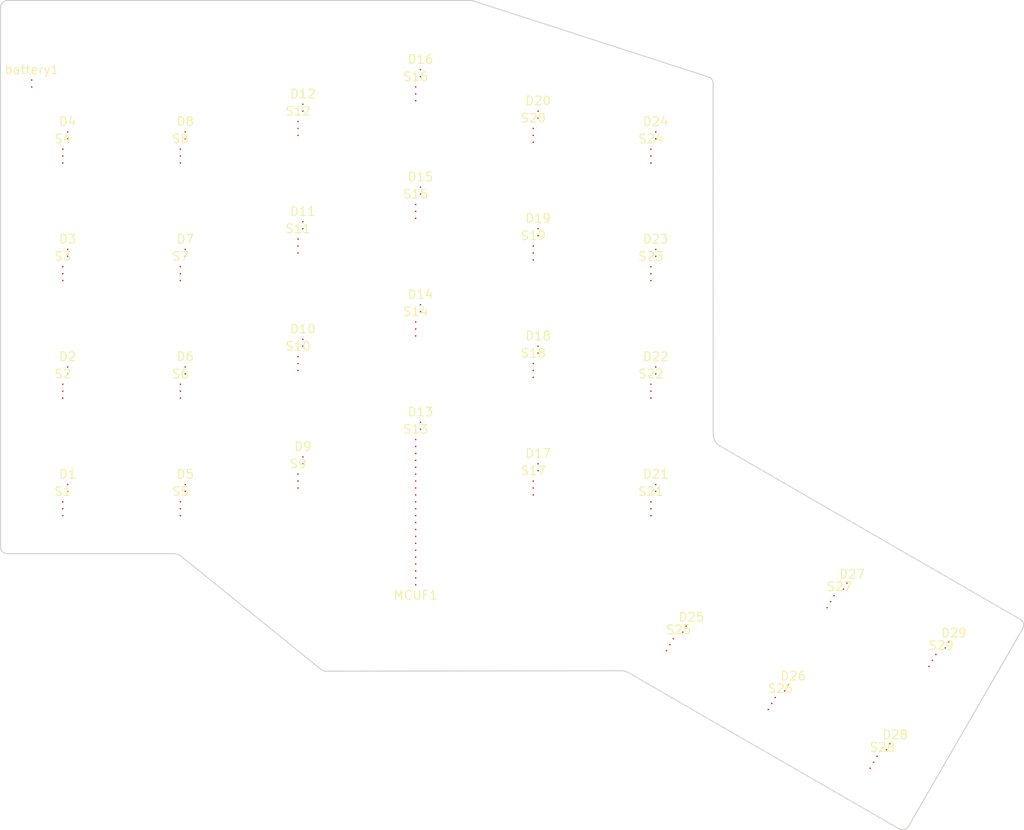
<source format=kicad_pcb>
(kicad_pcb (version 20240108) (generator "ergogen") (generator_version "4.1.0")
  (title_block (title "wings") (date "2024-11-28") (rev "0.1") (company "lad1337"))
  (layers (0 "F.Cu" signal) (31 "B.Cu" signal) (34 "B.Paste" user) (35 "F.Paste" user) (36 "B.SilkS" user "B.Silkscreen") (37 "F.SilkS" user "F.Silkscreen") (38 "B.Mask" user) (39 "F.Mask" user) (44 "Edge.Cuts" user))
  (net 0 "")
  (net 1 "P3")
  (net 2 "outer_bottom")
  (net 3 "outer_home")
  (net 4 "outer_top")
  (net 5 "outer_numbers")
  (net 6 "P2")
  (net 7 "pinky_bottom")
  (net 8 "pinky_home")
  (net 9 "pinky_top")
  (net 10 "pinky_numbers")
  (net 11 "P1")
  (net 12 "ring_bottom")
  (net 13 "ring_home")
  (net 14 "ring_top")
  (net 15 "ring_numbers")
  (net 16 "P0")
  (net 17 "middle_bottom")
  (net 18 "middle_home")
  (net 19 "middle_top")
  (net 20 "middle_numbers")
  (net 21 "P5")
  (net 22 "index_bottom")
  (net 23 "index_home")
  (net 24 "index_top")
  (net 25 "index_numbers")
  (net 26 "P4")
  (net 27 "inner_bottom")
  (net 28 "inner_home")
  (net 29 "inner_top")
  (net 30 "inner_numbers")
  (net 31 "near_bottom")
  (net 32 "home_bottom")
  (net 33 "home_top")
  (net 34 "far_bottom")
  (net 35 "far_top")
  (net 36 "P6")
  (net 37 "P7")
  (net 38 "P8")
  (net 39 "P9")
  (net 40 "P10")
  (net 41 "3V3")
  (net 42 "GND")
  (net 43 "5V")
  (net 44 "VIN")
  (net 45 "SWCLK")
  (net 46 "SWDIO")
  (net 47 "RST")
  (footprint "lad1337:CPG1316S01D02_reversible" (layer F.Cu) (at 100 100 0)
    (fp_text reference "S1" (at 0 0) (layer F.SilkS) (effects (font (size 1.27 1.27))))
    (fp_text value "" hide)
    (pad 1 smd rect (at 0 1.5 0) (size 0.2 0.2) (layers F.Cu F.Paste F.Mask) (net 1 "P3"))
    (pad 2 smd rect (at 0 2.5 0) (size 0.2 0.2) (layers F.Cu F.Paste F.Mask) (net 2 "outer_bottom"))
    (pad 3 smd rect (at 0 3.5 0) (size 0.2 0.2) (layers F.Cu F.Paste F.Mask) (net 0 ""))
  )
  (footprint "lad1337:CPG1316S01D02_reversible" (layer F.Cu) (at 100 83 0)
    (fp_text reference "S2" (at 0 0) (layer F.SilkS) (effects (font (size 1.27 1.27))))
    (fp_text value "" hide)
    (pad 1 smd rect (at 0 1.5 0) (size 0.2 0.2) (layers F.Cu F.Paste F.Mask) (net 1 "P3"))
    (pad 2 smd rect (at 0 2.5 0) (size 0.2 0.2) (layers F.Cu F.Paste F.Mask) (net 3 "outer_home"))
    (pad 3 smd rect (at 0 3.5 0) (size 0.2 0.2) (layers F.Cu F.Paste F.Mask) (net 0 ""))
  )
  (footprint "lad1337:CPG1316S01D02_reversible" (layer F.Cu) (at 100 66 0)
    (fp_text reference "S3" (at 0 0) (layer F.SilkS) (effects (font (size 1.27 1.27))))
    (fp_text value "" hide)
    (pad 1 smd rect (at 0 1.5 0) (size 0.2 0.2) (layers F.Cu F.Paste F.Mask) (net 1 "P3"))
    (pad 2 smd rect (at 0 2.5 0) (size 0.2 0.2) (layers F.Cu F.Paste F.Mask) (net 4 "outer_top"))
    (pad 3 smd rect (at 0 3.5 0) (size 0.2 0.2) (layers F.Cu F.Paste F.Mask) (net 0 ""))
  )
  (footprint "lad1337:CPG1316S01D02_reversible" (layer F.Cu) (at 100 49 0)
    (fp_text reference "S4" (at 0 0) (layer F.SilkS) (effects (font (size 1.27 1.27))))
    (fp_text value "" hide)
    (pad 1 smd rect (at 0 1.5 0) (size 0.2 0.2) (layers F.Cu F.Paste F.Mask) (net 1 "P3"))
    (pad 2 smd rect (at 0 2.5 0) (size 0.2 0.2) (layers F.Cu F.Paste F.Mask) (net 5 "outer_numbers"))
    (pad 3 smd rect (at 0 3.5 0) (size 0.2 0.2) (layers F.Cu F.Paste F.Mask) (net 0 ""))
  )
  (footprint "lad1337:CPG1316S01D02_reversible" (layer F.Cu) (at 117 100 0)
    (fp_text reference "S5" (at 0 0) (layer F.SilkS) (effects (font (size 1.27 1.27))))
    (fp_text value "" hide)
    (pad 1 smd rect (at 0 1.5 0) (size 0.2 0.2) (layers F.Cu F.Paste F.Mask) (net 6 "P2"))
    (pad 2 smd rect (at 0 2.5 0) (size 0.2 0.2) (layers F.Cu F.Paste F.Mask) (net 7 "pinky_bottom"))
    (pad 3 smd rect (at 0 3.5 0) (size 0.2 0.2) (layers F.Cu F.Paste F.Mask) (net 0 ""))
  )
  (footprint "lad1337:CPG1316S01D02_reversible" (layer F.Cu) (at 117 83 0)
    (fp_text reference "S6" (at 0 0) (layer F.SilkS) (effects (font (size 1.27 1.27))))
    (fp_text value "" hide)
    (pad 1 smd rect (at 0 1.5 0) (size 0.2 0.2) (layers F.Cu F.Paste F.Mask) (net 6 "P2"))
    (pad 2 smd rect (at 0 2.5 0) (size 0.2 0.2) (layers F.Cu F.Paste F.Mask) (net 8 "pinky_home"))
    (pad 3 smd rect (at 0 3.5 0) (size 0.2 0.2) (layers F.Cu F.Paste F.Mask) (net 0 ""))
  )
  (footprint "lad1337:CPG1316S01D02_reversible" (layer F.Cu) (at 117 66 0)
    (fp_text reference "S7" (at 0 0) (layer F.SilkS) (effects (font (size 1.27 1.27))))
    (fp_text value "" hide)
    (pad 1 smd rect (at 0 1.5 0) (size 0.2 0.2) (layers F.Cu F.Paste F.Mask) (net 6 "P2"))
    (pad 2 smd rect (at 0 2.5 0) (size 0.2 0.2) (layers F.Cu F.Paste F.Mask) (net 9 "pinky_top"))
    (pad 3 smd rect (at 0 3.5 0) (size 0.2 0.2) (layers F.Cu F.Paste F.Mask) (net 0 ""))
  )
  (footprint "lad1337:CPG1316S01D02_reversible" (layer F.Cu) (at 117 49 0)
    (fp_text reference "S8" (at 0 0) (layer F.SilkS) (effects (font (size 1.27 1.27))))
    (fp_text value "" hide)
    (pad 1 smd rect (at 0 1.5 0) (size 0.2 0.2) (layers F.Cu F.Paste F.Mask) (net 6 "P2"))
    (pad 2 smd rect (at 0 2.5 0) (size 0.2 0.2) (layers F.Cu F.Paste F.Mask) (net 10 "pinky_numbers"))
    (pad 3 smd rect (at 0 3.5 0) (size 0.2 0.2) (layers F.Cu F.Paste F.Mask) (net 0 ""))
  )
  (footprint "lad1337:CPG1316S01D02_reversible" (layer F.Cu) (at 134 96 0)
    (fp_text reference "S9" (at 0 0) (layer F.SilkS) (effects (font (size 1.27 1.27))))
    (fp_text value "" hide)
    (pad 1 smd rect (at 0 1.5 0) (size 0.2 0.2) (layers F.Cu F.Paste F.Mask) (net 11 "P1"))
    (pad 2 smd rect (at 0 2.5 0) (size 0.2 0.2) (layers F.Cu F.Paste F.Mask) (net 12 "ring_bottom"))
    (pad 3 smd rect (at 0 3.5 0) (size 0.2 0.2) (layers F.Cu F.Paste F.Mask) (net 0 ""))
  )
  (footprint "lad1337:CPG1316S01D02_reversible" (layer F.Cu) (at 134 79 0)
    (fp_text reference "S10" (at 0 0) (layer F.SilkS) (effects (font (size 1.27 1.27))))
    (fp_text value "" hide)
    (pad 1 smd rect (at 0 1.5 0) (size 0.2 0.2) (layers F.Cu F.Paste F.Mask) (net 11 "P1"))
    (pad 2 smd rect (at 0 2.5 0) (size 0.2 0.2) (layers F.Cu F.Paste F.Mask) (net 13 "ring_home"))
    (pad 3 smd rect (at 0 3.5 0) (size 0.2 0.2) (layers F.Cu F.Paste F.Mask) (net 0 ""))
  )
  (footprint "lad1337:CPG1316S01D02_reversible" (layer F.Cu) (at 134 62 0)
    (fp_text reference "S11" (at 0 0) (layer F.SilkS) (effects (font (size 1.27 1.27))))
    (fp_text value "" hide)
    (pad 1 smd rect (at 0 1.5 0) (size 0.2 0.2) (layers F.Cu F.Paste F.Mask) (net 11 "P1"))
    (pad 2 smd rect (at 0 2.5 0) (size 0.2 0.2) (layers F.Cu F.Paste F.Mask) (net 14 "ring_top"))
    (pad 3 smd rect (at 0 3.5 0) (size 0.2 0.2) (layers F.Cu F.Paste F.Mask) (net 0 ""))
  )
  (footprint "lad1337:CPG1316S01D02_reversible" (layer F.Cu) (at 134 45 0)
    (fp_text reference "S12" (at 0 0) (layer F.SilkS) (effects (font (size 1.27 1.27))))
    (fp_text value "" hide)
    (pad 1 smd rect (at 0 1.5 0) (size 0.2 0.2) (layers F.Cu F.Paste F.Mask) (net 11 "P1"))
    (pad 2 smd rect (at 0 2.5 0) (size 0.2 0.2) (layers F.Cu F.Paste F.Mask) (net 15 "ring_numbers"))
    (pad 3 smd rect (at 0 3.5 0) (size 0.2 0.2) (layers F.Cu F.Paste F.Mask) (net 0 ""))
  )
  (footprint "lad1337:CPG1316S01D02_reversible" (layer F.Cu) (at 151 91 0)
    (fp_text reference "S13" (at 0 0) (layer F.SilkS) (effects (font (size 1.27 1.27))))
    (fp_text value "" hide)
    (pad 1 smd rect (at 0 1.5 0) (size 0.2 0.2) (layers F.Cu F.Paste F.Mask) (net 16 "P0"))
    (pad 2 smd rect (at 0 2.5 0) (size 0.2 0.2) (layers F.Cu F.Paste F.Mask) (net 17 "middle_bottom"))
    (pad 3 smd rect (at 0 3.5 0) (size 0.2 0.2) (layers F.Cu F.Paste F.Mask) (net 0 ""))
  )
  (footprint "lad1337:CPG1316S01D02_reversible" (layer F.Cu) (at 151 74 0)
    (fp_text reference "S14" (at 0 0) (layer F.SilkS) (effects (font (size 1.27 1.27))))
    (fp_text value "" hide)
    (pad 1 smd rect (at 0 1.5 0) (size 0.2 0.2) (layers F.Cu F.Paste F.Mask) (net 16 "P0"))
    (pad 2 smd rect (at 0 2.5 0) (size 0.2 0.2) (layers F.Cu F.Paste F.Mask) (net 18 "middle_home"))
    (pad 3 smd rect (at 0 3.5 0) (size 0.2 0.2) (layers F.Cu F.Paste F.Mask) (net 0 ""))
  )
  (footprint "lad1337:CPG1316S01D02_reversible" (layer F.Cu) (at 151 57 0)
    (fp_text reference "S15" (at 0 0) (layer F.SilkS) (effects (font (size 1.27 1.27))))
    (fp_text value "" hide)
    (pad 1 smd rect (at 0 1.5 0) (size 0.2 0.2) (layers F.Cu F.Paste F.Mask) (net 16 "P0"))
    (pad 2 smd rect (at 0 2.5 0) (size 0.2 0.2) (layers F.Cu F.Paste F.Mask) (net 19 "middle_top"))
    (pad 3 smd rect (at 0 3.5 0) (size 0.2 0.2) (layers F.Cu F.Paste F.Mask) (net 0 ""))
  )
  (footprint "lad1337:CPG1316S01D02_reversible" (layer F.Cu) (at 151 40 0)
    (fp_text reference "S16" (at 0 0) (layer F.SilkS) (effects (font (size 1.27 1.27))))
    (fp_text value "" hide)
    (pad 1 smd rect (at 0 1.5 0) (size 0.2 0.2) (layers F.Cu F.Paste F.Mask) (net 16 "P0"))
    (pad 2 smd rect (at 0 2.5 0) (size 0.2 0.2) (layers F.Cu F.Paste F.Mask) (net 20 "middle_numbers"))
    (pad 3 smd rect (at 0 3.5 0) (size 0.2 0.2) (layers F.Cu F.Paste F.Mask) (net 0 ""))
  )
  (footprint "lad1337:CPG1316S01D02_reversible" (layer F.Cu) (at 168 97 0)
    (fp_text reference "S17" (at 0 0) (layer F.SilkS) (effects (font (size 1.27 1.27))))
    (fp_text value "" hide)
    (pad 1 smd rect (at 0 1.5 0) (size 0.2 0.2) (layers F.Cu F.Paste F.Mask) (net 21 "P5"))
    (pad 2 smd rect (at 0 2.5 0) (size 0.2 0.2) (layers F.Cu F.Paste F.Mask) (net 22 "index_bottom"))
    (pad 3 smd rect (at 0 3.5 0) (size 0.2 0.2) (layers F.Cu F.Paste F.Mask) (net 0 ""))
  )
  (footprint "lad1337:CPG1316S01D02_reversible" (layer F.Cu) (at 168 80 0)
    (fp_text reference "S18" (at 0 0) (layer F.SilkS) (effects (font (size 1.27 1.27))))
    (fp_text value "" hide)
    (pad 1 smd rect (at 0 1.5 0) (size 0.2 0.2) (layers F.Cu F.Paste F.Mask) (net 21 "P5"))
    (pad 2 smd rect (at 0 2.5 0) (size 0.2 0.2) (layers F.Cu F.Paste F.Mask) (net 23 "index_home"))
    (pad 3 smd rect (at 0 3.5 0) (size 0.2 0.2) (layers F.Cu F.Paste F.Mask) (net 0 ""))
  )
  (footprint "lad1337:CPG1316S01D02_reversible" (layer F.Cu) (at 168 63 0)
    (fp_text reference "S19" (at 0 0) (layer F.SilkS) (effects (font (size 1.27 1.27))))
    (fp_text value "" hide)
    (pad 1 smd rect (at 0 1.5 0) (size 0.2 0.2) (layers F.Cu F.Paste F.Mask) (net 21 "P5"))
    (pad 2 smd rect (at 0 2.5 0) (size 0.2 0.2) (layers F.Cu F.Paste F.Mask) (net 24 "index_top"))
    (pad 3 smd rect (at 0 3.5 0) (size 0.2 0.2) (layers F.Cu F.Paste F.Mask) (net 0 ""))
  )
  (footprint "lad1337:CPG1316S01D02_reversible" (layer F.Cu) (at 168 46 0)
    (fp_text reference "S20" (at 0 0) (layer F.SilkS) (effects (font (size 1.27 1.27))))
    (fp_text value "" hide)
    (pad 1 smd rect (at 0 1.5 0) (size 0.2 0.2) (layers F.Cu F.Paste F.Mask) (net 21 "P5"))
    (pad 2 smd rect (at 0 2.5 0) (size 0.2 0.2) (layers F.Cu F.Paste F.Mask) (net 25 "index_numbers"))
    (pad 3 smd rect (at 0 3.5 0) (size 0.2 0.2) (layers F.Cu F.Paste F.Mask) (net 0 ""))
  )
  (footprint "lad1337:CPG1316S01D02_reversible" (layer F.Cu) (at 185 100 0)
    (fp_text reference "S21" (at 0 0) (layer F.SilkS) (effects (font (size 1.27 1.27))))
    (fp_text value "" hide)
    (pad 1 smd rect (at 0 1.5 0) (size 0.2 0.2) (layers F.Cu F.Paste F.Mask) (net 26 "P4"))
    (pad 2 smd rect (at 0 2.5 0) (size 0.2 0.2) (layers F.Cu F.Paste F.Mask) (net 27 "inner_bottom"))
    (pad 3 smd rect (at 0 3.5 0) (size 0.2 0.2) (layers F.Cu F.Paste F.Mask) (net 0 ""))
  )
  (footprint "lad1337:CPG1316S01D02_reversible" (layer F.Cu) (at 185 83 0)
    (fp_text reference "S22" (at 0 0) (layer F.SilkS) (effects (font (size 1.27 1.27))))
    (fp_text value "" hide)
    (pad 1 smd rect (at 0 1.5 0) (size 0.2 0.2) (layers F.Cu F.Paste F.Mask) (net 26 "P4"))
    (pad 2 smd rect (at 0 2.5 0) (size 0.2 0.2) (layers F.Cu F.Paste F.Mask) (net 28 "inner_home"))
    (pad 3 smd rect (at 0 3.5 0) (size 0.2 0.2) (layers F.Cu F.Paste F.Mask) (net 0 ""))
  )
  (footprint "lad1337:CPG1316S01D02_reversible" (layer F.Cu) (at 185 66 0)
    (fp_text reference "S23" (at 0 0) (layer F.SilkS) (effects (font (size 1.27 1.27))))
    (fp_text value "" hide)
    (pad 1 smd rect (at 0 1.5 0) (size 0.2 0.2) (layers F.Cu F.Paste F.Mask) (net 26 "P4"))
    (pad 2 smd rect (at 0 2.5 0) (size 0.2 0.2) (layers F.Cu F.Paste F.Mask) (net 29 "inner_top"))
    (pad 3 smd rect (at 0 3.5 0) (size 0.2 0.2) (layers F.Cu F.Paste F.Mask) (net 0 ""))
  )
  (footprint "lad1337:CPG1316S01D02_reversible" (layer F.Cu) (at 185 49 0)
    (fp_text reference "S24" (at 0 0) (layer F.SilkS) (effects (font (size 1.27 1.27))))
    (fp_text value "" hide)
    (pad 1 smd rect (at 0 1.5 0) (size 0.2 0.2) (layers F.Cu F.Paste F.Mask) (net 26 "P4"))
    (pad 2 smd rect (at 0 2.5 0) (size 0.2 0.2) (layers F.Cu F.Paste F.Mask) (net 30 "inner_numbers"))
    (pad 3 smd rect (at 0 3.5 0) (size 0.2 0.2) (layers F.Cu F.Paste F.Mask) (net 0 ""))
  )
  (footprint "lad1337:CPG1316S01D02_reversible" (layer F.Cu) (at 189 120 -30)
    (fp_text reference "S25" (at 0 0) (layer F.SilkS) (effects (font (size 1.27 1.27))))
    (fp_text value "" hide)
    (pad 1 smd rect (at 0 1.5 -30) (size 0.2 0.2) (layers F.Cu F.Paste F.Mask) (net 1 "P3"))
    (pad 2 smd rect (at 0 2.5 -30) (size 0.2 0.2) (layers F.Cu F.Paste F.Mask) (net 31 "near_bottom"))
    (pad 3 smd rect (at 0 3.5 -30) (size 0.2 0.2) (layers F.Cu F.Paste F.Mask) (net 0 ""))
  )
  (footprint "lad1337:CPG1316S01D02_reversible" (layer F.Cu) (at 203.7224319 128.5 -30)
    (fp_text reference "S26" (at 0 0) (layer F.SilkS) (effects (font (size 1.27 1.27))))
    (fp_text value "" hide)
    (pad 1 smd rect (at 0 1.5 -30) (size 0.2 0.2) (layers F.Cu F.Paste F.Mask) (net 6 "P2"))
    (pad 2 smd rect (at 0 2.5 -30) (size 0.2 0.2) (layers F.Cu F.Paste F.Mask) (net 32 "home_bottom"))
    (pad 3 smd rect (at 0 3.5 -30) (size 0.2 0.2) (layers F.Cu F.Paste F.Mask) (net 0 ""))
  )
  (footprint "lad1337:CPG1316S01D02_reversible" (layer F.Cu) (at 212.2224319 113.7775681 -30)
    (fp_text reference "S27" (at 0 0) (layer F.SilkS) (effects (font (size 1.27 1.27))))
    (fp_text value "" hide)
    (pad 1 smd rect (at 0 1.5 -30) (size 0.2 0.2) (layers F.Cu F.Paste F.Mask) (net 21 "P5"))
    (pad 2 smd rect (at 0 2.5 -30) (size 0.2 0.2) (layers F.Cu F.Paste F.Mask) (net 33 "home_top"))
    (pad 3 smd rect (at 0 3.5 -30) (size 0.2 0.2) (layers F.Cu F.Paste F.Mask) (net 0 ""))
  )
  (footprint "lad1337:CPG1316S01D02_reversible" (layer F.Cu) (at 218.44486369999998 137 -30)
    (fp_text reference "S28" (at 0 0) (layer F.SilkS) (effects (font (size 1.27 1.27))))
    (fp_text value "" hide)
    (pad 1 smd rect (at 0 1.5 -30) (size 0.2 0.2) (layers F.Cu F.Paste F.Mask) (net 11 "P1"))
    (pad 2 smd rect (at 0 2.5 -30) (size 0.2 0.2) (layers F.Cu F.Paste F.Mask) (net 34 "far_bottom"))
    (pad 3 smd rect (at 0 3.5 -30) (size 0.2 0.2) (layers F.Cu F.Paste F.Mask) (net 0 ""))
  )
  (footprint "lad1337:CPG1316S01D02_reversible" (layer F.Cu) (at 226.94486369999998 122.2775681 -30)
    (fp_text reference "S29" (at 0 0) (layer F.SilkS) (effects (font (size 1.27 1.27))))
    (fp_text value "" hide)
    (pad 1 smd rect (at 0 1.5 -30) (size 0.2 0.2) (layers F.Cu F.Paste F.Mask) (net 26 "P4"))
    (pad 2 smd rect (at 0 2.5 -30) (size 0.2 0.2) (layers F.Cu F.Paste F.Mask) (net 35 "far_top"))
    (pad 3 smd rect (at 0 3.5 -30) (size 0.2 0.2) (layers F.Cu F.Paste F.Mask) (net 0 ""))
  )
  (footprint "lad1337:D_SOD-123-reversible" (layer F.Cu) (at 100.7 97.5 0)
    (fp_text reference "D1" (at 0 0) (layer F.SilkS) (effects (font (size 1.27 1.27))))
    (fp_text value "" hide)
    (pad 1 smd rect (at 0 1.5 0) (size 0.2 0.2) (layers F.Cu F.Paste F.Mask) (net 36 "P6"))
    (pad 2 smd rect (at 0 2.5 0) (size 0.2 0.2) (layers F.Cu F.Paste F.Mask) (net 2 "outer_bottom"))
  )
  (footprint "lad1337:D_SOD-123-reversible" (layer F.Cu) (at 100.7 80.5 0)
    (fp_text reference "D2" (at 0 0) (layer F.SilkS) (effects (font (size 1.27 1.27))))
    (fp_text value "" hide)
    (pad 1 smd rect (at 0 1.5 0) (size 0.2 0.2) (layers F.Cu F.Paste F.Mask) (net 37 "P7"))
    (pad 2 smd rect (at 0 2.5 0) (size 0.2 0.2) (layers F.Cu F.Paste F.Mask) (net 3 "outer_home"))
  )
  (footprint "lad1337:D_SOD-123-reversible" (layer F.Cu) (at 100.7 63.5 0)
    (fp_text reference "D3" (at 0 0) (layer F.SilkS) (effects (font (size 1.27 1.27))))
    (fp_text value "" hide)
    (pad 1 smd rect (at 0 1.5 0) (size 0.2 0.2) (layers F.Cu F.Paste F.Mask) (net 38 "P8"))
    (pad 2 smd rect (at 0 2.5 0) (size 0.2 0.2) (layers F.Cu F.Paste F.Mask) (net 4 "outer_top"))
  )
  (footprint "lad1337:D_SOD-123-reversible" (layer F.Cu) (at 100.7 46.5 0)
    (fp_text reference "D4" (at 0 0) (layer F.SilkS) (effects (font (size 1.27 1.27))))
    (fp_text value "" hide)
    (pad 1 smd rect (at 0 1.5 0) (size 0.2 0.2) (layers F.Cu F.Paste F.Mask) (net 39 "P9"))
    (pad 2 smd rect (at 0 2.5 0) (size 0.2 0.2) (layers F.Cu F.Paste F.Mask) (net 5 "outer_numbers"))
  )
  (footprint "lad1337:D_SOD-123-reversible" (layer F.Cu) (at 117.7 97.5 0)
    (fp_text reference "D5" (at 0 0) (layer F.SilkS) (effects (font (size 1.27 1.27))))
    (fp_text value "" hide)
    (pad 1 smd rect (at 0 1.5 0) (size 0.2 0.2) (layers F.Cu F.Paste F.Mask) (net 36 "P6"))
    (pad 2 smd rect (at 0 2.5 0) (size 0.2 0.2) (layers F.Cu F.Paste F.Mask) (net 7 "pinky_bottom"))
  )
  (footprint "lad1337:D_SOD-123-reversible" (layer F.Cu) (at 117.7 80.5 0)
    (fp_text reference "D6" (at 0 0) (layer F.SilkS) (effects (font (size 1.27 1.27))))
    (fp_text value "" hide)
    (pad 1 smd rect (at 0 1.5 0) (size 0.2 0.2) (layers F.Cu F.Paste F.Mask) (net 37 "P7"))
    (pad 2 smd rect (at 0 2.5 0) (size 0.2 0.2) (layers F.Cu F.Paste F.Mask) (net 8 "pinky_home"))
  )
  (footprint "lad1337:D_SOD-123-reversible" (layer F.Cu) (at 117.7 63.5 0)
    (fp_text reference "D7" (at 0 0) (layer F.SilkS) (effects (font (size 1.27 1.27))))
    (fp_text value "" hide)
    (pad 1 smd rect (at 0 1.5 0) (size 0.2 0.2) (layers F.Cu F.Paste F.Mask) (net 38 "P8"))
    (pad 2 smd rect (at 0 2.5 0) (size 0.2 0.2) (layers F.Cu F.Paste F.Mask) (net 9 "pinky_top"))
  )
  (footprint "lad1337:D_SOD-123-reversible" (layer F.Cu) (at 117.7 46.5 0)
    (fp_text reference "D8" (at 0 0) (layer F.SilkS) (effects (font (size 1.27 1.27))))
    (fp_text value "" hide)
    (pad 1 smd rect (at 0 1.5 0) (size 0.2 0.2) (layers F.Cu F.Paste F.Mask) (net 39 "P9"))
    (pad 2 smd rect (at 0 2.5 0) (size 0.2 0.2) (layers F.Cu F.Paste F.Mask) (net 10 "pinky_numbers"))
  )
  (footprint "lad1337:D_SOD-123-reversible" (layer F.Cu) (at 134.7 93.5 0)
    (fp_text reference "D9" (at 0 0) (layer F.SilkS) (effects (font (size 1.27 1.27))))
    (fp_text value "" hide)
    (pad 1 smd rect (at 0 1.5 0) (size 0.2 0.2) (layers F.Cu F.Paste F.Mask) (net 36 "P6"))
    (pad 2 smd rect (at 0 2.5 0) (size 0.2 0.2) (layers F.Cu F.Paste F.Mask) (net 12 "ring_bottom"))
  )
  (footprint "lad1337:D_SOD-123-reversible" (layer F.Cu) (at 134.7 76.5 0)
    (fp_text reference "D10" (at 0 0) (layer F.SilkS) (effects (font (size 1.27 1.27))))
    (fp_text value "" hide)
    (pad 1 smd rect (at 0 1.5 0) (size 0.2 0.2) (layers F.Cu F.Paste F.Mask) (net 37 "P7"))
    (pad 2 smd rect (at 0 2.5 0) (size 0.2 0.2) (layers F.Cu F.Paste F.Mask) (net 13 "ring_home"))
  )
  (footprint "lad1337:D_SOD-123-reversible" (layer F.Cu) (at 134.7 59.5 0)
    (fp_text reference "D11" (at 0 0) (layer F.SilkS) (effects (font (size 1.27 1.27))))
    (fp_text value "" hide)
    (pad 1 smd rect (at 0 1.5 0) (size 0.2 0.2) (layers F.Cu F.Paste F.Mask) (net 38 "P8"))
    (pad 2 smd rect (at 0 2.5 0) (size 0.2 0.2) (layers F.Cu F.Paste F.Mask) (net 14 "ring_top"))
  )
  (footprint "lad1337:D_SOD-123-reversible" (layer F.Cu) (at 134.7 42.5 0)
    (fp_text reference "D12" (at 0 0) (layer F.SilkS) (effects (font (size 1.27 1.27))))
    (fp_text value "" hide)
    (pad 1 smd rect (at 0 1.5 0) (size 0.2 0.2) (layers F.Cu F.Paste F.Mask) (net 39 "P9"))
    (pad 2 smd rect (at 0 2.5 0) (size 0.2 0.2) (layers F.Cu F.Paste F.Mask) (net 15 "ring_numbers"))
  )
  (footprint "lad1337:D_SOD-123-reversible" (layer F.Cu) (at 151.7 88.5 0)
    (fp_text reference "D13" (at 0 0) (layer F.SilkS) (effects (font (size 1.27 1.27))))
    (fp_text value "" hide)
    (pad 1 smd rect (at 0 1.5 0) (size 0.2 0.2) (layers F.Cu F.Paste F.Mask) (net 36 "P6"))
    (pad 2 smd rect (at 0 2.5 0) (size 0.2 0.2) (layers F.Cu F.Paste F.Mask) (net 17 "middle_bottom"))
  )
  (footprint "lad1337:D_SOD-123-reversible" (layer F.Cu) (at 151.7 71.5 0)
    (fp_text reference "D14" (at 0 0) (layer F.SilkS) (effects (font (size 1.27 1.27))))
    (fp_text value "" hide)
    (pad 1 smd rect (at 0 1.5 0) (size 0.2 0.2) (layers F.Cu F.Paste F.Mask) (net 37 "P7"))
    (pad 2 smd rect (at 0 2.5 0) (size 0.2 0.2) (layers F.Cu F.Paste F.Mask) (net 18 "middle_home"))
  )
  (footprint "lad1337:D_SOD-123-reversible" (layer F.Cu) (at 151.7 54.5 0)
    (fp_text reference "D15" (at 0 0) (layer F.SilkS) (effects (font (size 1.27 1.27))))
    (fp_text value "" hide)
    (pad 1 smd rect (at 0 1.5 0) (size 0.2 0.2) (layers F.Cu F.Paste F.Mask) (net 38 "P8"))
    (pad 2 smd rect (at 0 2.5 0) (size 0.2 0.2) (layers F.Cu F.Paste F.Mask) (net 19 "middle_top"))
  )
  (footprint "lad1337:D_SOD-123-reversible" (layer F.Cu) (at 151.7 37.5 0)
    (fp_text reference "D16" (at 0 0) (layer F.SilkS) (effects (font (size 1.27 1.27))))
    (fp_text value "" hide)
    (pad 1 smd rect (at 0 1.5 0) (size 0.2 0.2) (layers F.Cu F.Paste F.Mask) (net 39 "P9"))
    (pad 2 smd rect (at 0 2.5 0) (size 0.2 0.2) (layers F.Cu F.Paste F.Mask) (net 20 "middle_numbers"))
  )
  (footprint "lad1337:D_SOD-123-reversible" (layer F.Cu) (at 168.7 94.5 0)
    (fp_text reference "D17" (at 0 0) (layer F.SilkS) (effects (font (size 1.27 1.27))))
    (fp_text value "" hide)
    (pad 1 smd rect (at 0 1.5 0) (size 0.2 0.2) (layers F.Cu F.Paste F.Mask) (net 36 "P6"))
    (pad 2 smd rect (at 0 2.5 0) (size 0.2 0.2) (layers F.Cu F.Paste F.Mask) (net 22 "index_bottom"))
  )
  (footprint "lad1337:D_SOD-123-reversible" (layer F.Cu) (at 168.7 77.5 0)
    (fp_text reference "D18" (at 0 0) (layer F.SilkS) (effects (font (size 1.27 1.27))))
    (fp_text value "" hide)
    (pad 1 smd rect (at 0 1.5 0) (size 0.2 0.2) (layers F.Cu F.Paste F.Mask) (net 37 "P7"))
    (pad 2 smd rect (at 0 2.5 0) (size 0.2 0.2) (layers F.Cu F.Paste F.Mask) (net 23 "index_home"))
  )
  (footprint "lad1337:D_SOD-123-reversible" (layer F.Cu) (at 168.7 60.5 0)
    (fp_text reference "D19" (at 0 0) (layer F.SilkS) (effects (font (size 1.27 1.27))))
    (fp_text value "" hide)
    (pad 1 smd rect (at 0 1.5 0) (size 0.2 0.2) (layers F.Cu F.Paste F.Mask) (net 38 "P8"))
    (pad 2 smd rect (at 0 2.5 0) (size 0.2 0.2) (layers F.Cu F.Paste F.Mask) (net 24 "index_top"))
  )
  (footprint "lad1337:D_SOD-123-reversible" (layer F.Cu) (at 168.7 43.5 0)
    (fp_text reference "D20" (at 0 0) (layer F.SilkS) (effects (font (size 1.27 1.27))))
    (fp_text value "" hide)
    (pad 1 smd rect (at 0 1.5 0) (size 0.2 0.2) (layers F.Cu F.Paste F.Mask) (net 39 "P9"))
    (pad 2 smd rect (at 0 2.5 0) (size 0.2 0.2) (layers F.Cu F.Paste F.Mask) (net 25 "index_numbers"))
  )
  (footprint "lad1337:D_SOD-123-reversible" (layer F.Cu) (at 185.7 97.5 0)
    (fp_text reference "D21" (at 0 0) (layer F.SilkS) (effects (font (size 1.27 1.27))))
    (fp_text value "" hide)
    (pad 1 smd rect (at 0 1.5 0) (size 0.2 0.2) (layers F.Cu F.Paste F.Mask) (net 36 "P6"))
    (pad 2 smd rect (at 0 2.5 0) (size 0.2 0.2) (layers F.Cu F.Paste F.Mask) (net 27 "inner_bottom"))
  )
  (footprint "lad1337:D_SOD-123-reversible" (layer F.Cu) (at 185.7 80.5 0)
    (fp_text reference "D22" (at 0 0) (layer F.SilkS) (effects (font (size 1.27 1.27))))
    (fp_text value "" hide)
    (pad 1 smd rect (at 0 1.5 0) (size 0.2 0.2) (layers F.Cu F.Paste F.Mask) (net 37 "P7"))
    (pad 2 smd rect (at 0 2.5 0) (size 0.2 0.2) (layers F.Cu F.Paste F.Mask) (net 28 "inner_home"))
  )
  (footprint "lad1337:D_SOD-123-reversible" (layer F.Cu) (at 185.7 63.5 0)
    (fp_text reference "D23" (at 0 0) (layer F.SilkS) (effects (font (size 1.27 1.27))))
    (fp_text value "" hide)
    (pad 1 smd rect (at 0 1.5 0) (size 0.2 0.2) (layers F.Cu F.Paste F.Mask) (net 38 "P8"))
    (pad 2 smd rect (at 0 2.5 0) (size 0.2 0.2) (layers F.Cu F.Paste F.Mask) (net 29 "inner_top"))
  )
  (footprint "lad1337:D_SOD-123-reversible" (layer F.Cu) (at 185.7 46.5 0)
    (fp_text reference "D24" (at 0 0) (layer F.SilkS) (effects (font (size 1.27 1.27))))
    (fp_text value "" hide)
    (pad 1 smd rect (at 0 1.5 0) (size 0.2 0.2) (layers F.Cu F.Paste F.Mask) (net 39 "P9"))
    (pad 2 smd rect (at 0 2.5 0) (size 0.2 0.2) (layers F.Cu F.Paste F.Mask) (net 30 "inner_numbers"))
  )
  (footprint "lad1337:D_SOD-123-reversible" (layer F.Cu) (at 190.8562178 118.1849365 -30)
    (fp_text reference "D25" (at 0 0) (layer F.SilkS) (effects (font (size 1.27 1.27))))
    (fp_text value "" hide)
    (pad 1 smd rect (at 0 1.5 -30) (size 0.2 0.2) (layers F.Cu F.Paste F.Mask) (net 40 "P10"))
    (pad 2 smd rect (at 0 2.5 -30) (size 0.2 0.2) (layers F.Cu F.Paste F.Mask) (net 31 "near_bottom"))
  )
  (footprint "lad1337:D_SOD-123-reversible" (layer F.Cu) (at 205.5786497 126.6849365 -30)
    (fp_text reference "D26" (at 0 0) (layer F.SilkS) (effects (font (size 1.27 1.27))))
    (fp_text value "" hide)
    (pad 1 smd rect (at 0 1.5 -30) (size 0.2 0.2) (layers F.Cu F.Paste F.Mask) (net 40 "P10"))
    (pad 2 smd rect (at 0 2.5 -30) (size 0.2 0.2) (layers F.Cu F.Paste F.Mask) (net 32 "home_bottom"))
  )
  (footprint "lad1337:D_SOD-123-reversible" (layer F.Cu) (at 214.0786497 111.9625046 -30)
    (fp_text reference "D27" (at 0 0) (layer F.SilkS) (effects (font (size 1.27 1.27))))
    (fp_text value "" hide)
    (pad 1 smd rect (at 0 1.5 -30) (size 0.2 0.2) (layers F.Cu F.Paste F.Mask) (net 40 "P10"))
    (pad 2 smd rect (at 0 2.5 -30) (size 0.2 0.2) (layers F.Cu F.Paste F.Mask) (net 33 "home_top"))
  )
  (footprint "lad1337:D_SOD-123-reversible" (layer F.Cu) (at 220.30108149999998 135.1849365 -30)
    (fp_text reference "D28" (at 0 0) (layer F.SilkS) (effects (font (size 1.27 1.27))))
    (fp_text value "" hide)
    (pad 1 smd rect (at 0 1.5 -30) (size 0.2 0.2) (layers F.Cu F.Paste F.Mask) (net 40 "P10"))
    (pad 2 smd rect (at 0 2.5 -30) (size 0.2 0.2) (layers F.Cu F.Paste F.Mask) (net 34 "far_bottom"))
  )
  (footprint "lad1337:D_SOD-123-reversible" (layer F.Cu) (at 228.80108149999998 120.4625046 -30)
    (fp_text reference "D29" (at 0 0) (layer F.SilkS) (effects (font (size 1.27 1.27))))
    (fp_text value "" hide)
    (pad 1 smd rect (at 0 1.5 -30) (size 0.2 0.2) (layers F.Cu F.Paste F.Mask) (net 40 "P10"))
    (pad 2 smd rect (at 0 2.5 -30) (size 0.2 0.2) (layers F.Cu F.Paste F.Mask) (net 35 "far_top"))
  )
  (footprint "lad1337:XIAO-nRF52840-SMD-reversible" (layer F.Cu) (at 151 115 180)
    (fp_text reference "MCUF1" (at 0 0) (layer F.SilkS) (effects (font (size 1.27 1.27))))
    (fp_text value "" hide)
    (pad 1 smd rect (at 0 1.5 180) (size 0.2 0.2) (layers F.Cu F.Paste F.Mask) (net 16 "P0"))
    (pad 2 smd rect (at 0 2.5 180) (size 0.2 0.2) (layers F.Cu F.Paste F.Mask) (net 11 "P1"))
    (pad 3 smd rect (at 0 3.5 180) (size 0.2 0.2) (layers F.Cu F.Paste F.Mask) (net 6 "P2"))
    (pad 4 smd rect (at 0 4.5 180) (size 0.2 0.2) (layers F.Cu F.Paste F.Mask) (net 1 "P3"))
    (pad 5 smd rect (at 0 5.5 180) (size 0.2 0.2) (layers F.Cu F.Paste F.Mask) (net 26 "P4"))
    (pad 6 smd rect (at 0 6.5 180) (size 0.2 0.2) (layers F.Cu F.Paste F.Mask) (net 21 "P5"))
    (pad 7 smd rect (at 0 7.5 180) (size 0.2 0.2) (layers F.Cu F.Paste F.Mask) (net 36 "P6"))
    (pad 8 smd rect (at 0 8.5 180) (size 0.2 0.2) (layers F.Cu F.Paste F.Mask) (net 37 "P7"))
    (pad 9 smd rect (at 0 9.5 180) (size 0.2 0.2) (layers F.Cu F.Paste F.Mask) (net 38 "P8"))
    (pad 10 smd rect (at 0 10.5 180) (size 0.2 0.2) (layers F.Cu F.Paste F.Mask) (net 39 "P9"))
    (pad 11 smd rect (at 0 11.5 180) (size 0.2 0.2) (layers F.Cu F.Paste F.Mask) (net 40 "P10"))
    (pad 12 smd rect (at 0 12.5 180) (size 0.2 0.2) (layers F.Cu F.Paste F.Mask) (net 41 "3V3"))
    (pad 13 smd rect (at 0 13.5 180) (size 0.2 0.2) (layers F.Cu F.Paste F.Mask) (net 42 "GND"))
    (pad 14 smd rect (at 0 14.5 180) (size 0.2 0.2) (layers F.Cu F.Paste F.Mask) (net 43 "5V"))
    (pad 15 smd rect (at 0 15.5 180) (size 0.2 0.2) (layers F.Cu F.Paste F.Mask) (net 44 "VIN"))
    (pad 16 smd rect (at 0 16.5 180) (size 0.2 0.2) (layers F.Cu F.Paste F.Mask) (net 42 "GND"))
    (pad 17 smd rect (at 0 17.5 180) (size 0.2 0.2) (layers F.Cu F.Paste F.Mask) (net 45 "SWCLK"))
    (pad 18 smd rect (at 0 18.5 180) (size 0.2 0.2) (layers F.Cu F.Paste F.Mask) (net 46 "SWDIO"))
    (pad 19 smd rect (at 0 19.5 180) (size 0.2 0.2) (layers F.Cu F.Paste F.Mask) (net 42 "GND"))
    (pad 20 smd rect (at 0 20.5 180) (size 0.2 0.2) (layers F.Cu F.Paste F.Mask) (net 47 "RST"))
  )
  (footprint "lad1337:lipo-reversible" (layer F.Cu) (at 95.504 39 0)
    (fp_text reference "battery1" (at 0 0) (layer F.SilkS) (effects (font (size 1.27 1.27))))
    (fp_text value "" hide)
    (pad 1 smd rect (at 0 1.5 0) (size 0.2 0.2) (layers F.Cu F.Paste F.Mask) (net 44 "VIN"))
    (pad 2 smd rect (at 0 2.5 0) (size 0.2 0.2) (layers F.Cu F.Paste F.Mask) (net 42 "GND"))
  )
  (gr_line (start 137.3708018 125.7772449) (end 117.19630600833197 109.44551021150684) (layer Edge.Cuts) (stroke (width 0.15)))
  (gr_line (start 115.93790961764704 109) (end 92 109) (layer Edge.Cuts) (stroke (width 0.15)))
  (gr_arc (start 91 108) (mid 91.2928932 108.7071068) (end 92 109) (layer Edge.Cuts) (stroke (width 0.15)))
  (gr_line (start 91 108) (end 91 30) (layer Edge.Cuts) (stroke (width 0.15)))
  (gr_arc (start 92 29) (mid 91.2928932 29.2928932) (end 91 30) (layer Edge.Cuts) (stroke (width 0.15)))
  (gr_line (start 92 29) (end 159 29) (layer Edge.Cuts) (stroke (width 0.15)))
  (gr_arc (start 159.3078203 29.0485555) (mid 159.1558132 29.0122135) (end 159 29) (layer Edge.Cuts) (stroke (width 0.15)))
  (gr_line (start 159.3078203 29.0485555) (end 193.3078203 40.0485555) (layer Edge.Cuts) (stroke (width 0.15)))
  (gr_arc (start 194 40.9997531) (mid 193.8085745 40.4116061) (end 193.3078203 40.0485555) (layer Edge.Cuts) (stroke (width 0.15)))
  (gr_line (start 194 40.9997531) (end 194.01252343724795 91.71756099292543) (layer Edge.Cuts) (stroke (width 0.15)))
  (gr_line (start 195.01252333724875 93.44911799288936) (end 238.37306689999997 118.4833395) (layer Edge.Cuts) (stroke (width 0.15)))
  (gr_arc (start 238.73909229999998 119.84936490000001) (mid 238.83899269999998 119.09054590000001) (end 238.37306689999997 118.48333950000001) (layer Edge.Cuts) (stroke (width 0.15)))
  (gr_line (start 238.7390923 119.8493649) (end 222.2390923 148.42820319999998) (layer Edge.Cuts) (stroke (width 0.15)))
  (gr_arc (start 220.8730669 148.7942286) (mid 221.6318859 148.894129) (end 222.2390923 148.42820319999998) (layer Edge.Cuts) (stroke (width 0.15)))
  (gr_line (start 220.8730669 148.79422860000003) (end 181.7343474172952 126.19747832890053) (layer Edge.Cuts) (stroke (width 0.15)))
  (gr_line (start 180.73104921713 125.9295318287359) (end 138.0016491 125.9999986) (layer Edge.Cuts) (stroke (width 0.15)))
  (gr_arc (start 137.3708018 125.7772449) (mid 137.6670447 125.9429426) (end 138.0016491 125.9999986) (layer Edge.Cuts) (stroke (width 0.15)))
  (gr_arc (start 117.19630601764703 109.4455102) (mid 116.60537511764704 109.1146645) (end 115.93790961764704 109) (layer Edge.Cuts) (stroke (width 0.15)))
  (gr_arc (start 194.01252343724798 91.71756099289068) (mid 194.280596037248 92.71728099289068) (end 195.01252333724798 93.44911799289068) (layer Edge.Cuts) (stroke (width 0.15)))
  (gr_arc (start 181.7343474172952 126.19747832890053) (mid 181.2503924172952 125.99725132890053) (end 180.7310492172952 125.92953182890052) (layer Edge.Cuts) (stroke (width 0.15)))
)
</source>
